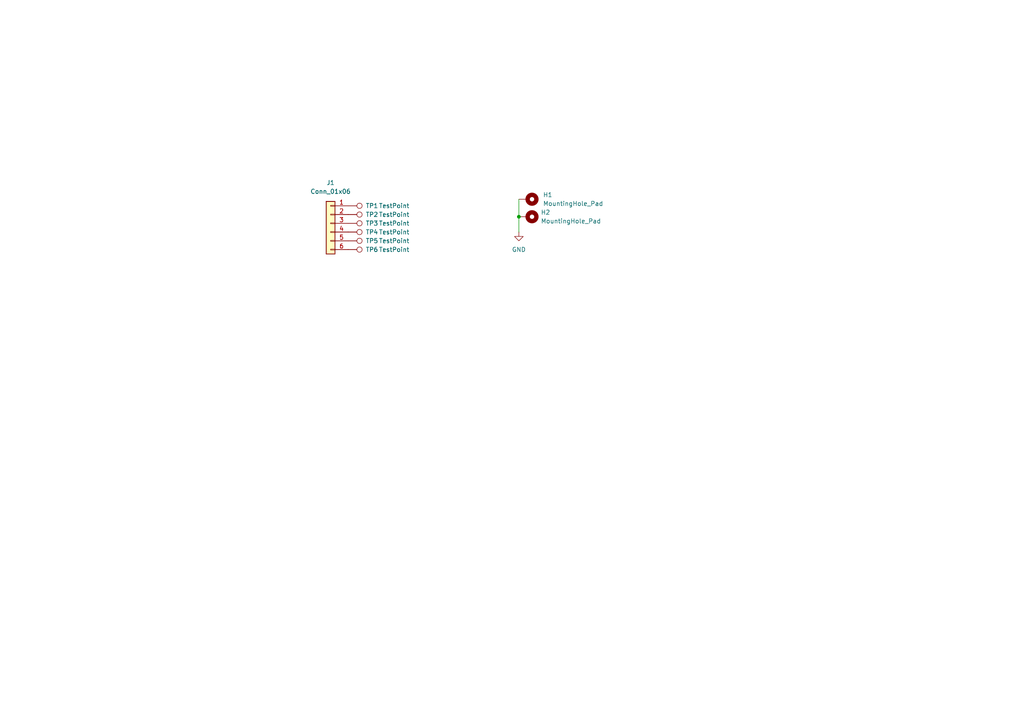
<source format=kicad_sch>
(kicad_sch (version 20231120) (generator "eeschema") (generator_version "8.0")
  (paper "A4")
  (lib_symbols
    (symbol "Connector:TestPoint" (pin_numbers hide) (pin_names (offset 0.762) hide)
      (property "Reference" "TP" (at 0 6.858 0))
      (property "Value" "TestPoint" (at 0 5.08 0))
      (symbol "TestPoint_0_1"
        (circle (center 0 3.302) (radius 0.762))
      )
      (symbol "TestPoint_1_1"
        (pin passive line (at 0 0 90) (length 2.54) (name "1") (number "1"))
      )
    )
    (symbol "Connector_Generic:Conn_01x06" (pin_names (offset 1.016) hide)
      (property "Reference" "J" (at 0 7.62 0))
      (property "Value" "Conn_01x06" (at 0 -10.16 0))
      (symbol "Conn_01x06_1_1"
        (rectangle (start -1.27 -7.493) (end 0 -7.747) (stroke (width 0.1524)))
        (rectangle (start -1.27 -4.953) (end 0 -5.207) (stroke (width 0.1524)))
        (rectangle (start -1.27 -2.413) (end 0 -2.667) (stroke (width 0.1524)))
        (rectangle (start -1.27 0.127) (end 0 -0.127) (stroke (width 0.1524)))
        (rectangle (start -1.27 2.667) (end 0 2.413) (stroke (width 0.1524)))
        (rectangle (start -1.27 5.207) (end 0 4.953) (stroke (width 0.1524)))
        (rectangle (start -1.27 6.35) (end 1.27 -8.89) (stroke (width 0.254)) (fill (type background)))
        (pin passive line (at -5.08 5.08 0) (length 3.81) (name "Pin_1") (number "1"))
        (pin passive line (at -5.08 2.54 0) (length 3.81) (name "Pin_2") (number "2"))
        (pin passive line (at -5.08 0 0) (length 3.81) (name "Pin_3") (number "3"))
        (pin passive line (at -5.08 -2.54 0) (length 3.81) (name "Pin_4") (number "4"))
        (pin passive line (at -5.08 -5.08 0) (length 3.81) (name "Pin_5") (number "5"))
        (pin passive line (at -5.08 -7.62 0) (length 3.81) (name "Pin_6") (number "6"))
      )
    )
    (symbol "Mechanical:MountingHole_Pad" (pin_numbers hide) (pin_names (offset 1.016) hide) (exclude_from_sim yes) (in_bom no)
      (property "Reference" "H" (at 0 6.35 0))
      (property "Value" "MountingHole_Pad" (at 0 4.445 0))
      (symbol "MountingHole_Pad_0_1"
        (circle (center 0 1.27) (radius 1.27) (stroke (width 1.27)))
      )
      (symbol "MountingHole_Pad_1_1"
        (pin input line (at 0 -2.54 90) (length 2.54) (name "1") (number "1"))
      )
    )
    (symbol "power:GND" (power) (pin_numbers hide) (pin_names (offset 0) hide)
      (property "Value" "GND" (at 0 -3.81 0))
      (symbol "GND_0_1"
        (polyline (pts (xy 0 0) (xy 0 -1.27) (xy 1.27 -1.27) (xy 0 -2.54) (xy -1.27 -1.27) (xy 0 -1.27)))
      )
      (symbol "GND_1_1"
        (pin power_in line (at 0 0 270) (length 0) (name "~") (number "1"))
      )
    )
  )
  (junction (at 150.495 62.865))
  (wire (pts (xy 150.495 57.785) (xy 150.495 62.865)))
  (wire (pts (xy 150.495 62.865) (xy 150.495 67.31)))
  (symbol (lib_id "Mechanical:MountingHole_Pad") (at 153.035 62.865 270) (unit 1) (exclude_from_sim yes) (in_bom no)
    (property "Reference" "H2" (at 156.845 61.5949 90) (effects (justify left)))
    (property "Value" "MountingHole_Pad" (at 156.845 64.1349 90) (effects (justify left)))
    (property "Footprint" "MountingHole:MountingHole_3.2mm_M3_DIN965_Pad_TopBottom" (effects (hide yes)))
    (property "Description" "Mounting Hole with connection" (effects (hide yes)))
  )
  (symbol (lib_id "Connector_Generic:Conn_01x06") (at 95.885 64.77 0) (mirror y) (unit 1)
    (property "Reference" "J1" (at 95.885 53 0))
    (property "Value" "Conn_01x06" (at 95.885 55.54 0))
    (property "Footprint" "Connector_Molex:Molex_Micro-Fit_3.0_43650-0600_1x06_P3.00mm_Horizontal" (effects (hide yes)))
    (property "Description" "Generic connector, single row, 01x06, script generated (kicad-library-utils/schlib/autogen/connector/)" (effects (hide yes)))
  )
  (symbol (lib_id "Connector:TestPoint") (at 100.965 62.23 270) (unit 1)
    (property "Reference" "TP2" (at 106.045 62.23 90) (effects (justify left)))
    (property "Value" "TestPoint" (at 109.855 62.23 90) (effects (justify left)))
    (property "Footprint" "TestPoint:TestPoint_Pad_D1.0mm" (effects (hide yes)))
    (property "Description" "test point" (effects (hide yes)))
  )
  (symbol (lib_id "power:GND") (at 150.495 67.31 0) (unit 1)
    (property "Reference" "#PWR1" (effects (hide yes)))
    (property "Value" "GND" (at 150.495 72.39 0))
    (property "Description" "Power symbol creates a global label with name \"GND\" , ground" (effects (hide yes)))
  )
  (symbol (lib_id "Connector:TestPoint") (at 100.965 64.77 270) (unit 1)
    (property "Reference" "TP3" (at 106.045 64.77 90) (effects (justify left)))
    (property "Value" "TestPoint" (at 109.855 64.77 90) (effects (justify left)))
    (property "Footprint" "TestPoint:TestPoint_Pad_D1.0mm" (effects (hide yes)))
    (property "Description" "test point" (effects (hide yes)))
  )
  (symbol (lib_id "Connector:TestPoint") (at 100.965 59.69 270) (unit 1)
    (property "Reference" "TP1" (at 106.045 59.69 90) (effects (justify left)))
    (property "Value" "TestPoint" (at 109.855 59.69 90) (effects (justify left)))
    (property "Footprint" "TestPoint:TestPoint_Pad_D1.0mm" (effects (hide yes)))
    (property "Description" "test point" (effects (hide yes)))
  )
  (symbol (lib_id "Connector:TestPoint") (at 100.965 72.39 270) (unit 1)
    (property "Reference" "TP6" (at 106.045 72.39 90) (effects (justify left)))
    (property "Value" "TestPoint" (at 109.855 72.39 90) (effects (justify left)))
    (property "Footprint" "TestPoint:TestPoint_Pad_D1.0mm" (effects (hide yes)))
    (property "Description" "test point" (effects (hide yes)))
  )
  (symbol (lib_id "Connector:TestPoint") (at 100.965 69.85 270) (unit 1)
    (property "Reference" "TP5" (at 106.045 69.85 90) (effects (justify left)))
    (property "Value" "TestPoint" (at 109.855 69.85 90) (effects (justify left)))
    (property "Footprint" "TestPoint:TestPoint_Pad_D1.0mm" (effects (hide yes)))
    (property "Description" "test point" (effects (hide yes)))
  )
  (symbol (lib_id "Mechanical:MountingHole_Pad") (at 153.035 57.785 270) (unit 1) (exclude_from_sim yes) (in_bom no)
    (property "Reference" "H1" (at 157.48 56.5149 90) (effects (justify left)))
    (property "Value" "MountingHole_Pad" (at 157.48 59.0549 90) (effects (justify left)))
    (property "Footprint" "MountingHole:MountingHole_3.2mm_M3_DIN965_Pad_TopBottom" (effects (hide yes)))
    (property "Description" "Mounting Hole with connection" (effects (hide yes)))
  )
  (symbol (lib_id "Connector:TestPoint") (at 100.965 67.31 270) (unit 1)
    (property "Reference" "TP4" (at 106.045 67.31 90) (effects (justify left)))
    (property "Value" "TestPoint" (at 109.855 67.31 90) (effects (justify left)))
    (property "Footprint" "TestPoint:TestPoint_Pad_D1.0mm" (effects (hide yes)))
    (property "Description" "test point" (effects (hide yes)))
  )
)
</source>
